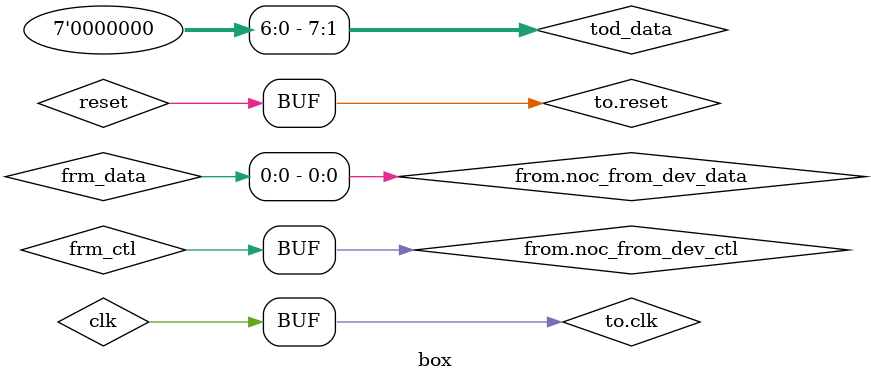
<source format=sv>

`include "perm.sv"
`include "m55.sv"
`include "nochw2.sv"

module box (NOCI.TI to,NOCI.FO from);

wire clk,reset;
wire tod_ctl,frm_ctl;
wire [7:0] tod_data,frm_data;

assign clk=to.clk;
assign reset=to.reset;
assign tod_ctl=to.noc_to_dev_ctl;
assign tod_data=to.noc_to_dev_data;
assign from.noc_from_dev_ctl=frm_ctl;
assign from.noc_from_dev_data=frm_data;

reg [63:0] din,dout;
reg [2:0] m1ax,m1ay,m1wx,m1wy,m2ax,m2ay,m2wx,m2wy,m3ax,m3ay,m3wx,m3wy,m4ax,m4ay,m4wx,m4wy;
reg [63:0] m1rd,m1wd,m2rd,m2wd,m3rd,m3wd,m4rd,m4wd;

//device 40,41,42,43
perm_blk perm(clk,reset,pushin,stopin,firstin,din,
    m1ax,m1ay,m1rd,m1wx,m1wy,m1wr,m1wd,
    m2ax,m2ay,m2rd,m2wx,m2wy,m2wr,m2wd,
    m3ax,m3ay,m3rd,m3wx,m3wy,m3wr,m3wd,
    m4ax,m4ay,m4rd,m4wx,m4wy,m4wr,m4wd,
    pushout,stopout,firstout,dout);
    
m55 m1(clk,reset,m1ax,m1ay,m1rd,m1wx,m1wy,m1wr,m1wd);
m55 m2(clk,reset,m2ax,m2ay,m2rd,m2wx,m2wy,m2wr,m2wd);
m55 m3(clk,reset,m3ax,m3ay,m3rd,m3wx,m3wy,m3wr,m3wd);
m55 m4(clk,reset,m4ax,m4ay,m4rd,m4wx,m4wy,m4wr,m4wd);

noc_intf n(clk,reset,
    tod_ctl,tod_data,frm_ctl,frm_data,
    pushin,firstin,stopin,din,pushout,firstout,stopout,dout);

endmodule

</source>
